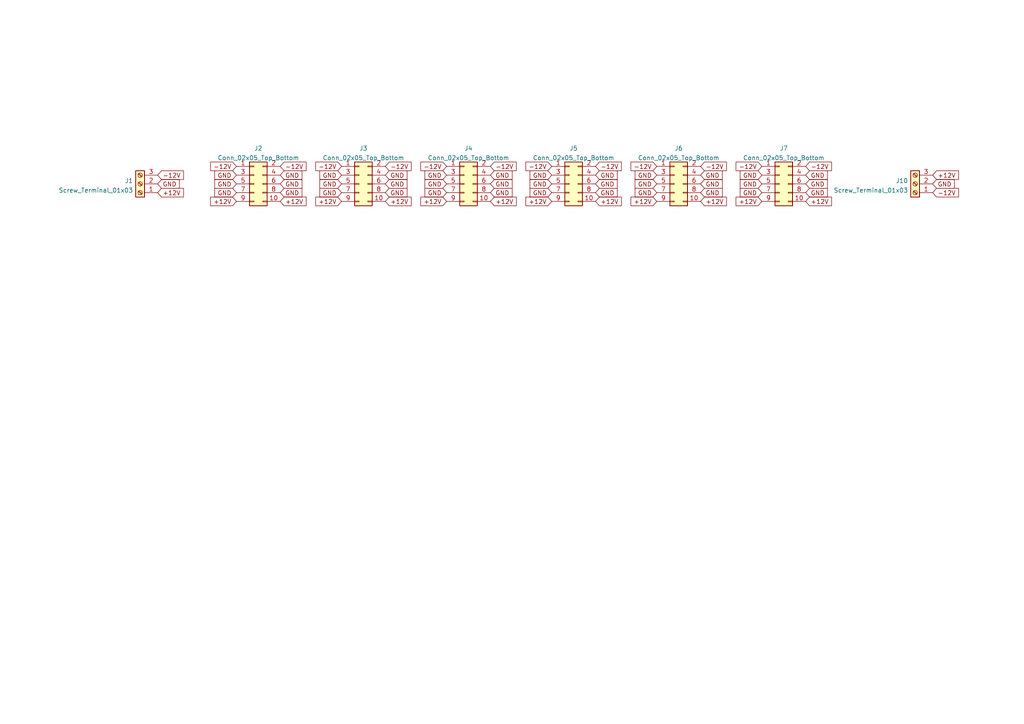
<source format=kicad_sch>
(kicad_sch (version 20211123) (generator eeschema)
  (paper "A4")
  (lib_symbols
    (symbol "Connector:Screw_Terminal_01x03" (pin_names (offset 1.016) hide)
      (property "Reference" "J" (at 0 5.08 0))
      (property "Value" "Screw_Terminal_01x03" (at 0 -5.08 0))
      (symbol "Screw_Terminal_01x03_1_1"
        (rectangle (start -1.27 3.81) (end 1.27 -3.81) (stroke (width 0.254)) (fill (type background)))
        (circle (center 0 -2.54) (radius 0.635) (stroke (width 0.1524)))
        (polyline (pts (xy -0.5334 -2.2098) (xy 0.3302 -3.048)) (stroke (width 0.1524)))
        (polyline (pts (xy -0.5334 0.3302) (xy 0.3302 -0.508)) (stroke (width 0.1524)))
        (polyline (pts (xy -0.5334 2.8702) (xy 0.3302 2.032)) (stroke (width 0.1524)))
        (polyline (pts (xy -0.3556 -2.032) (xy 0.508 -2.8702)) (stroke (width 0.1524)))
        (polyline (pts (xy -0.3556 0.508) (xy 0.508 -0.3302)) (stroke (width 0.1524)))
        (polyline (pts (xy -0.3556 3.048) (xy 0.508 2.2098)) (stroke (width 0.1524)))
        (circle (center 0 0) (radius 0.635) (stroke (width 0.1524)))
        (circle (center 0 2.54) (radius 0.635) (stroke (width 0.1524)))
        (pin passive line (at -5.08 2.54 0) (length 3.81) (name "Pin_1") (number "1"))
        (pin passive line (at -5.08 0 0) (length 3.81) (name "Pin_2") (number "2"))
        (pin passive line (at -5.08 -2.54 0) (length 3.81) (name "Pin_3") (number "3"))
      )
    )
    (symbol "Connector_Generic:Conn_02x05_Odd_Even" (pin_names (offset 1.016) hide)
      (property "Reference" "J" (at 1.27 7.62 0))
      (property "Value" "Conn_02x05_Odd_Even" (at 1.27 -7.62 0))
      (symbol "Conn_02x05_Odd_Even_1_1"
        (rectangle (start -1.27 -4.953) (end 0 -5.207) (stroke (width 0.1524)))
        (rectangle (start -1.27 -2.413) (end 0 -2.667) (stroke (width 0.1524)))
        (rectangle (start -1.27 0.127) (end 0 -0.127) (stroke (width 0.1524)))
        (rectangle (start -1.27 2.667) (end 0 2.413) (stroke (width 0.1524)))
        (rectangle (start -1.27 5.207) (end 0 4.953) (stroke (width 0.1524)))
        (rectangle (start -1.27 6.35) (end 3.81 -6.35) (stroke (width 0.254)) (fill (type background)))
        (rectangle (start 3.81 -4.953) (end 2.54 -5.207) (stroke (width 0.1524)))
        (rectangle (start 3.81 -2.413) (end 2.54 -2.667) (stroke (width 0.1524)))
        (rectangle (start 3.81 0.127) (end 2.54 -0.127) (stroke (width 0.1524)))
        (rectangle (start 3.81 2.667) (end 2.54 2.413) (stroke (width 0.1524)))
        (rectangle (start 3.81 5.207) (end 2.54 4.953) (stroke (width 0.1524)))
        (pin passive line (at -5.08 5.08 0) (length 3.81) (name "Pin_1") (number "1"))
        (pin passive line (at 7.62 -5.08 180) (length 3.81) (name "Pin_10") (number "10"))
        (pin passive line (at 7.62 5.08 180) (length 3.81) (name "Pin_2") (number "2"))
        (pin passive line (at -5.08 2.54 0) (length 3.81) (name "Pin_3") (number "3"))
        (pin passive line (at 7.62 2.54 180) (length 3.81) (name "Pin_4") (number "4"))
        (pin passive line (at -5.08 0 0) (length 3.81) (name "Pin_5") (number "5"))
        (pin passive line (at 7.62 0 180) (length 3.81) (name "Pin_6") (number "6"))
        (pin passive line (at -5.08 -2.54 0) (length 3.81) (name "Pin_7") (number "7"))
        (pin passive line (at 7.62 -2.54 180) (length 3.81) (name "Pin_8") (number "8"))
        (pin passive line (at -5.08 -5.08 0) (length 3.81) (name "Pin_9") (number "9"))
      )
    )
  )
  (global_label "+12V" (shape input) (at 99.06 58.42 180) (property "Intersheet References" "${INTERSHEET_REFS}" (effects hide)))
  (global_label "GND" (shape input) (at 233.68 53.34 0) (property "Intersheet References" "${INTERSHEET_REFS}" (effects hide)))
  (global_label "-12V" (shape input) (at 129.54 48.26 180) (property "Intersheet References" "${INTERSHEET_REFS}" (effects hide)))
  (global_label "GND" (shape input) (at 45.72 53.34 0) (property "Intersheet References" "${INTERSHEET_REFS}" (effects hide)))
  (global_label "+12V" (shape input) (at 160.02 58.42 180) (property "Intersheet References" "${INTERSHEET_REFS}" (effects hide)))
  (global_label "-12V" (shape input) (at 172.72 48.26 0) (property "Intersheet References" "${INTERSHEET_REFS}" (effects hide)))
  (global_label "GND" (shape input) (at 99.06 53.34 180) (property "Intersheet References" "${INTERSHEET_REFS}" (effects hide)))
  (global_label "GND" (shape input) (at 160.02 53.34 180) (property "Intersheet References" "${INTERSHEET_REFS}" (effects hide)))
  (global_label "+12V" (shape input) (at 81.28 58.42 0) (property "Intersheet References" "${INTERSHEET_REFS}" (effects hide)))
  (global_label "GND" (shape input) (at 81.28 55.88 0) (property "Intersheet References" "${INTERSHEET_REFS}" (effects hide)))
  (global_label "GND" (shape input) (at 81.28 53.34 0) (property "Intersheet References" "${INTERSHEET_REFS}" (effects hide)))
  (global_label "GND" (shape input) (at 99.06 55.88 180) (property "Intersheet References" "${INTERSHEET_REFS}" (effects hide)))
  (global_label "-12V" (shape input) (at 220.98 48.26 180) (property "Intersheet References" "${INTERSHEET_REFS}" (effects hide)))
  (global_label "+12V" (shape input) (at 203.2 58.42 0) (property "Intersheet References" "${INTERSHEET_REFS}" (effects hide)))
  (global_label "-12V" (shape input) (at 45.72 50.8 0) (property "Intersheet References" "${INTERSHEET_REFS}" (effects hide)))
  (global_label "+12V" (shape input) (at 233.68 58.42 0) (property "Intersheet References" "${INTERSHEET_REFS}" (effects hide)))
  (global_label "GND" (shape input) (at 203.2 50.8 0) (property "Intersheet References" "${INTERSHEET_REFS}" (effects hide)))
  (global_label "GND" (shape input) (at 172.72 50.8 0) (property "Intersheet References" "${INTERSHEET_REFS}" (effects hide)))
  (global_label "-12V" (shape input) (at 190.5 48.26 180) (property "Intersheet References" "${INTERSHEET_REFS}" (effects hide)))
  (global_label "GND" (shape input) (at 233.68 55.88 0) (property "Intersheet References" "${INTERSHEET_REFS}" (effects hide)))
  (global_label "GND" (shape input) (at 203.2 55.88 0) (property "Intersheet References" "${INTERSHEET_REFS}" (effects hide)))
  (global_label "-12V" (shape input) (at 81.28 48.26 0) (property "Intersheet References" "${INTERSHEET_REFS}" (effects hide)))
  (global_label "GND" (shape input) (at 220.98 53.34 180) (property "Intersheet References" "${INTERSHEET_REFS}" (effects hide)))
  (global_label "-12V" (shape input) (at 233.68 48.26 0) (property "Intersheet References" "${INTERSHEET_REFS}" (effects hide)))
  (global_label "GND" (shape input) (at 172.72 55.88 0) (property "Intersheet References" "${INTERSHEET_REFS}" (effects hide)))
  (global_label "GND" (shape input) (at 142.24 55.88 0) (property "Intersheet References" "${INTERSHEET_REFS}" (effects hide)))
  (global_label "+12V" (shape input) (at 270.51 50.8 0) (property "Intersheet References" "${INTERSHEET_REFS}" (effects hide)))
  (global_label "GND" (shape input) (at 190.5 50.8 180) (property "Intersheet References" "${INTERSHEET_REFS}" (effects hide)))
  (global_label "-12V" (shape input) (at 68.58 48.26 180) (property "Intersheet References" "${INTERSHEET_REFS}" (effects hide)))
  (global_label "GND" (shape input) (at 142.24 53.34 0) (property "Intersheet References" "${INTERSHEET_REFS}" (effects hide)))
  (global_label "+12V" (shape input) (at 220.98 58.42 180) (property "Intersheet References" "${INTERSHEET_REFS}" (effects hide)))
  (global_label "GND" (shape input) (at 160.02 50.8 180) (property "Intersheet References" "${INTERSHEET_REFS}" (effects hide)))
  (global_label "GND" (shape input) (at 270.51 53.34 0) (property "Intersheet References" "${INTERSHEET_REFS}" (effects hide)))
  (global_label "GND" (shape input) (at 220.98 50.8 180) (property "Intersheet References" "${INTERSHEET_REFS}" (effects hide)))
  (global_label "+12V" (shape input) (at 129.54 58.42 180) (property "Intersheet References" "${INTERSHEET_REFS}" (effects hide)))
  (global_label "-12V" (shape input) (at 160.02 48.26 180) (property "Intersheet References" "${INTERSHEET_REFS}" (effects hide)))
  (global_label "GND" (shape input) (at 68.58 55.88 180) (property "Intersheet References" "${INTERSHEET_REFS}" (effects hide)))
  (global_label "+12V" (shape input) (at 68.58 58.42 180) (property "Intersheet References" "${INTERSHEET_REFS}" (effects hide)))
  (global_label "GND" (shape input) (at 172.72 53.34 0) (property "Intersheet References" "${INTERSHEET_REFS}" (effects hide)))
  (global_label "GND" (shape input) (at 111.76 55.88 0) (property "Intersheet References" "${INTERSHEET_REFS}" (effects hide)))
  (global_label "+12V" (shape input) (at 190.5 58.42 180) (property "Intersheet References" "${INTERSHEET_REFS}" (effects hide)))
  (global_label "GND" (shape input) (at 111.76 50.8 0) (property "Intersheet References" "${INTERSHEET_REFS}" (effects hide)))
  (global_label "GND" (shape input) (at 99.06 50.8 180) (property "Intersheet References" "${INTERSHEET_REFS}" (effects hide)))
  (global_label "GND" (shape input) (at 129.54 50.8 180) (property "Intersheet References" "${INTERSHEET_REFS}" (effects hide)))
  (global_label "+12V" (shape input) (at 45.72 55.88 0) (property "Intersheet References" "${INTERSHEET_REFS}" (effects hide)))
  (global_label "-12V" (shape input) (at 270.51 55.88 0) (property "Intersheet References" "${INTERSHEET_REFS}" (effects hide)))
  (global_label "+12V" (shape input) (at 111.76 58.42 0) (property "Intersheet References" "${INTERSHEET_REFS}" (effects hide)))
  (global_label "-12V" (shape input) (at 99.06 48.26 180) (property "Intersheet References" "${INTERSHEET_REFS}" (effects hide)))
  (global_label "GND" (shape input) (at 111.76 53.34 0) (property "Intersheet References" "${INTERSHEET_REFS}" (effects hide)))
  (global_label "+12V" (shape input) (at 172.72 58.42 0) (property "Intersheet References" "${INTERSHEET_REFS}" (effects hide)))
  (global_label "GND" (shape input) (at 129.54 53.34 180) (property "Intersheet References" "${INTERSHEET_REFS}" (effects hide)))
  (global_label "+12V" (shape input) (at 142.24 58.42 0) (property "Intersheet References" "${INTERSHEET_REFS}" (effects hide)))
  (global_label "GND" (shape input) (at 190.5 53.34 180) (property "Intersheet References" "${INTERSHEET_REFS}" (effects hide)))
  (global_label "-12V" (shape input) (at 142.24 48.26 0) (property "Intersheet References" "${INTERSHEET_REFS}" (effects hide)))
  (global_label "GND" (shape input) (at 129.54 55.88 180) (property "Intersheet References" "${INTERSHEET_REFS}" (effects hide)))
  (global_label "GND" (shape input) (at 220.98 55.88 180) (property "Intersheet References" "${INTERSHEET_REFS}" (effects hide)))
  (global_label "GND" (shape input) (at 142.24 50.8 0) (property "Intersheet References" "${INTERSHEET_REFS}" (effects hide)))
  (global_label "GND" (shape input) (at 68.58 53.34 180) (property "Intersheet References" "${INTERSHEET_REFS}" (effects hide)))
  (global_label "-12V" (shape input) (at 203.2 48.26 0) (property "Intersheet References" "${INTERSHEET_REFS}" (effects hide)))
  (global_label "GND" (shape input) (at 233.68 50.8 0) (property "Intersheet References" "${INTERSHEET_REFS}" (effects hide)))
  (global_label "GND" (shape input) (at 160.02 55.88 180) (property "Intersheet References" "${INTERSHEET_REFS}" (effects hide)))
  (global_label "GND" (shape input) (at 81.28 50.8 0) (property "Intersheet References" "${INTERSHEET_REFS}" (effects hide)))
  (global_label "-12V" (shape input) (at 111.76 48.26 0) (property "Intersheet References" "${INTERSHEET_REFS}" (effects hide)))
  (global_label "GND" (shape input) (at 203.2 53.34 0) (property "Intersheet References" "${INTERSHEET_REFS}" (effects hide)))
  (global_label "GND" (shape input) (at 190.5 55.88 180) (property "Intersheet References" "${INTERSHEET_REFS}" (effects hide)))
  (global_label "GND" (shape input) (at 68.58 50.8 180) (property "Intersheet References" "${INTERSHEET_REFS}" (effects hide)))
  (symbol (lib_id "Connector:Screw_Terminal_01x03") (at 40.64 53.34 180) (unit 1)
    (property "Reference" "J1" (at 38.608 52.4315 0) (effects (justify left)))
    (property "Value" "Screw_Terminal_01x03" (at 38.608 55.2066 0) (effects (justify left)))
    (property "Footprint" "TerminalBlock:TerminalBlock_bornier-3_P5.08mm" (effects hide))
  )
  (symbol (lib_id "Connector_Generic:Conn_02x05_Odd_Even") (at 226.06 53.34 0) (unit 1)
    (property "Reference" "J7" (at 227.33 43.0235 0))
    (property "Value" "Conn_02x05_Top_Bottom" (at 227.33 45.7986 0))
    (property "Footprint" "Connector_IDC:IDC-Header_2x05_P2.54mm_Vertical" (effects hide))
  )
  (symbol (lib_id "Connector_Generic:Conn_02x05_Odd_Even") (at 165.1 53.34 0) (unit 1)
    (property "Reference" "J5" (at 166.37 43.0235 0))
    (property "Value" "Conn_02x05_Top_Bottom" (at 166.37 45.7986 0))
    (property "Footprint" "Connector_IDC:IDC-Header_2x05_P2.54mm_Vertical" (effects hide))
  )
  (symbol (lib_id "Connector_Generic:Conn_02x05_Odd_Even") (at 134.62 53.34 0) (unit 1)
    (property "Reference" "J4" (at 135.89 43.0235 0))
    (property "Value" "Conn_02x05_Top_Bottom" (at 135.89 45.7986 0))
    (property "Footprint" "Connector_IDC:IDC-Header_2x05_P2.54mm_Vertical" (effects hide))
  )
  (symbol (lib_id "Connector_Generic:Conn_02x05_Odd_Even") (at 104.14 53.34 0) (unit 1)
    (property "Reference" "J3" (at 105.41 43.0235 0))
    (property "Value" "Conn_02x05_Top_Bottom" (at 105.41 45.7986 0))
    (property "Footprint" "Connector_IDC:IDC-Header_2x05_P2.54mm_Vertical" (effects hide))
  )
  (symbol (lib_id "Connector_Generic:Conn_02x05_Odd_Even") (at 73.66 53.34 0) (unit 1)
    (property "Reference" "J2" (at 74.93 43.0235 0))
    (property "Value" "Conn_02x05_Top_Bottom" (at 74.93 45.7986 0))
    (property "Footprint" "Connector_IDC:IDC-Header_2x05_P2.54mm_Vertical" (effects hide))
  )
  (symbol (lib_id "Connector_Generic:Conn_02x05_Odd_Even") (at 195.58 53.34 0) (unit 1)
    (property "Reference" "J6" (at 196.85 43.0235 0))
    (property "Value" "Conn_02x05_Top_Bottom" (at 196.85 45.7986 0))
    (property "Footprint" "Connector_IDC:IDC-Header_2x05_P2.54mm_Vertical" (effects hide))
  )
  (symbol (lib_id "Connector:Screw_Terminal_01x03") (at 265.43 53.34 180) (unit 1)
    (property "Reference" "J10" (at 263.398 52.4315 0) (effects (justify left)))
    (property "Value" "Screw_Terminal_01x03" (at 263.398 55.2066 0) (effects (justify left)))
    (property "Footprint" "TerminalBlock:TerminalBlock_bornier-3_P5.08mm" (effects hide))
  )
)
</source>
